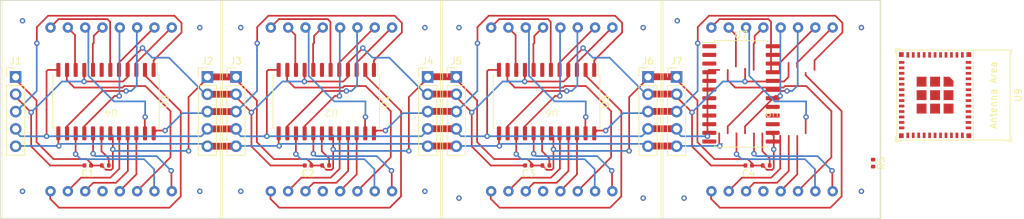
<source format=kicad_pcb>
(kicad_pcb (version 20221018) (generator pcbnew)
  (layers (0 "F.Cu" signal) (31 "B.Cu" signal) (34 "B.Paste" user) (35 "F.Paste" user) (36 "B.SilkS" user "B.Silkscreen") (37 "F.SilkS" user "F.Silkscreen") (38 "B.Mask" user) (39 "F.Mask" user) (44 "Edge.Cuts" user))
  (net 0 "")
  (net 1 "Net-(U3-SEG_B)")
  (net 2 "Net-(U3-DIG_0)")
  (net 3 "Net-(U3-DIG_4)")
  (net 4 "Net-(U3-DIG_6)")
  (net 5 "Net-(U3-DIG_2)")
  (net 6 "Net-(U3-DIG_3)")
  (net 7 "Net-(U3-DIG_7)")
  (net 8 "Net-(U3-DIG_5)")
  (net 9 "Net-(U3-DIG_1)")
  (net 10 "Net-(U3-SEG_A)")
  (net 11 "Net-(U3-SEG_F)")
  (net 12 "Net-(U3-SEG_G)")
  (net 13 "Net-(U3-SEG_C)")
  (net 14 "Net-(U3-SEG_E)")
  (net 15 "Net-(U3-SEG_DP)")
  (net 16 "Net-(U3-SEG_D)")
  (net 17 "Net-(U3-ISET)")
  (net 18 "/Max7219_8x8/DOUT")
  (net 19 "/ESP32 Section/MOSI")
  (net 20 "/Max7219_8x10/VCC")
  (net 21 "/Max7219_8x10/GND")
  (net 22 "/Max7219_8x10/DIN")
  (net 23 "/ESP32 Section/CS")
  (net 24 "/ESP32 Section/CLK")
  (net 25 "/Max7219_8x10/DOUT")
  (net 26 "/Max7219_8x11/DOUT")
  (net 27 "Net-(U1-ISET)")
  (net 28 "Net-(U5-ISET)")
  (net 29 "Net-(U7-ISET)")
  (net 30 "Net-(U1-DIG_0)")
  (net 31 "Net-(U1-DIG_4)")
  (net 32 "Net-(U1-DIG_6)")
  (net 33 "Net-(U1-DIG_2)")
  (net 34 "Net-(U1-DIG_3)")
  (net 35 "Net-(U1-DIG_7)")
  (net 36 "Net-(U1-DIG_5)")
  (net 37 "Net-(U1-DIG_1)")
  (net 38 "Net-(U1-SEG_A)")
  (net 39 "Net-(U1-SEG_F)")
  (net 40 "Net-(U1-SEG_B)")
  (net 41 "Net-(U1-SEG_G)")
  (net 42 "Net-(U1-SEG_C)")
  (net 43 "Net-(U1-SEG_E)")
  (net 44 "Net-(U1-SEG_DP)")
  (net 45 "Net-(U1-SEG_D)")
  (net 46 "Net-(U5-DIG_0)")
  (net 47 "Net-(U5-DIG_4)")
  (net 48 "Net-(U5-DIG_6)")
  (net 49 "Net-(U5-DIG_2)")
  (net 50 "Net-(U5-DIG_3)")
  (net 51 "Net-(U5-DIG_7)")
  (net 52 "Net-(U5-DIG_5)")
  (net 53 "Net-(U5-DIG_1)")
  (net 54 "Net-(U5-SEG_A)")
  (net 55 "Net-(U5-SEG_F)")
  (net 56 "Net-(U5-SEG_B)")
  (net 57 "Net-(U5-SEG_G)")
  (net 58 "Net-(U5-SEG_C)")
  (net 59 "Net-(U5-SEG_E)")
  (net 60 "Net-(U5-SEG_DP)")
  (net 61 "Net-(U5-SEG_D)")
  (net 62 "Net-(U7-DIG_0)")
  (net 63 "Net-(U7-DIG_4)")
  (net 64 "Net-(U7-DIG_6)")
  (net 65 "Net-(U7-DIG_2)")
  (net 66 "Net-(U7-DIG_3)")
  (net 67 "Net-(U7-DIG_7)")
  (net 68 "Net-(U7-DIG_5)")
  (net 69 "Net-(U7-DIG_1)")
  (net 70 "Net-(U7-SEG_A)")
  (net 71 "Net-(U7-SEG_F)")
  (net 72 "Net-(U7-SEG_B)")
  (net 73 "Net-(U7-SEG_G)")
  (net 74 "Net-(U7-SEG_C)")
  (net 75 "Net-(U7-SEG_E)")
  (net 76 "Net-(U7-SEG_DP)")
  (net 77 "Net-(U7-SEG_D)")
  (net 78 "+3.3V")
  (net 79 "Net-(U9-GPIO2{slash}ADC1_CH2)")
  (net 80 "GND")
  (net 84 "Net-(U9-EN{slash}CHIP_PU)")
  (footprint "Resistor_SMD:R_0402_1005Metric" (layer "F.Cu") (at 44.140667 61.214)
    (fp_text reference "R1" hide)
    (fp_text value "10k")
  )
  (footprint "Connector_PinHeader_2.54mm:PinHeader_1x05_P2.54mm_Vertical" (layer "F.Cu") (at 95.600001 48.23)
    (fp_text reference "J5")
    (fp_text value "Input")
  )
  (footprint "Capacitor_SMD:C_0402_1005Metric" (layer "F.Cu") (at 138.474668 61.214 180)
    (fp_text reference "C4")
    (fp_text value "0.1uF" hide)
  )
  (footprint "Resistor_SMD:R_0402_1005Metric" (layer "F.Cu") (at 76.440668 61.214)
    (fp_text reference "R2" hide)
    (fp_text value "10k")
  )
  (footprint "Connector_PinHeader_2.54mm:PinHeader_1x05_P2.54mm_Vertical" (layer "F.Cu") (at 59.11 48.23)
    (fp_text reference "J2")
    (fp_text value "Conn_01x05_Pin")
  )
  (footprint "Package_SO:SOIC-24W_7.5x15.4mm_P1.27mm" (layer "F.Cu") (at 108.841668 51.85 -90)
    (fp_text reference "U5")
    (fp_text value "MAX7221xWG")
  )
  (footprint "Resistor_SMD:R_0402_1005Metric" (layer "F.Cu") (at 156.715 60.865 -90)
    (fp_text reference "R5")
    (fp_text value "10k")
  )
  (footprint "Capacitor_SMD:C_0402_1005Metric" (layer "F.Cu") (at 41.574667 61.214 180)
    (fp_text reference "C1")
    (fp_text value "0.1uF" hide)
  )
  (footprint "Connector_PinHeader_2.54mm:PinHeader_1x05_P2.54mm_Vertical" (layer "F.Cu") (at 123.710001 48.230001)
    (fp_text reference "J6")
    (fp_text value "Conn_01x05_Pin")
  )
  (footprint "PCM_Espressif:ESP32-C3-MINI-1" (layer "F.Cu") (at 168.5 50.9 -90)
    (fp_text reference "U9")
    (fp_text value "ESP32-C3-MINI-1")
  )
  (footprint "LED_Matrix:8x8" (layer "F.Cu") (at 141.9 53 180)
    (fp_text reference "U8")
    (fp_text value "KWM-30881CVB")
  )
  (footprint "Connector_PinHeader_2.54mm:PinHeader_1x05_P2.54mm_Vertical" (layer "F.Cu") (at 31 48.23)
    (fp_text reference "J1")
    (fp_text value "Input")
  )
  (footprint "Capacitor_SMD:C_0402_1005Metric" (layer "F.Cu") (at 106.174668 61.214 180)
    (fp_text reference "C3")
    (fp_text value "0.1uF" hide)
  )
  (footprint "LED_Matrix:8x8" (layer "F.Cu") (at 77.3 53 180)
    (fp_text reference "U2")
    (fp_text value "KWM-30881CVB")
  )
  (footprint "Capacitor_SMD:C_0402_1005Metric" (layer "F.Cu") (at 73.874668 61.214 180)
    (fp_text reference "C2")
    (fp_text value "0.1uF" hide)
  )
  (footprint "Resistor_SMD:R_0402_1005Metric" (layer "F.Cu") (at 141.040668 61.214)
    (fp_text reference "R4" hide)
    (fp_text value "10k")
  )
  (footprint "Package_SO:SOIC-24W_7.5x15.4mm_P1.27mm" (layer "F.Cu") (at 44.241667 51.85 -90)
    (fp_text reference "U3")
    (fp_text value "MAX7221xWG")
  )
  (footprint "Connector_PinHeader_2.54mm:PinHeader_1x05_P2.54mm_Vertical" (layer "F.Cu") (at 91.410001 48.230001)
    (fp_text reference "J4")
    (fp_text value "Conn_01x05_Pin")
  )
  (footprint "Connector_PinHeader_2.54mm:PinHeader_1x05_P2.54mm_Vertical" (layer "F.Cu") (at 127.900001 48.23)
    (fp_text reference "J7")
    (fp_text value "Input")
  )
  (footprint "Package_SO:SOIC-24W_7.5x15.4mm_P1.27mm" (layer "F.Cu") (at 76.541668 51.85 -90)
    (fp_text reference "U1")
    (fp_text value "MAX7221xWG")
  )
  (footprint "LED_Matrix:8x8" (layer "F.Cu") (at 109.6 53 180)
    (fp_text reference "U6")
    (fp_text value "KWM-30881CVB")
  )
  (footprint "Resistor_SMD:R_0402_1005Metric" (layer "F.Cu") (at 108.740668 61.214)
    (fp_text reference "R3" hide)
    (fp_text value "10k")
  )
  (footprint "Connector_PinHeader_2.54mm:PinHeader_1x05_P2.54mm_Vertical" (layer "F.Cu") (at 63.300001 48.23)
    (fp_text reference "J3")
    (fp_text value "Input")
  )
  (footprint "Package_SO:SOIC-24W_7.5x15.4mm_P1.27mm" (layer "F.Cu") (at 137.35 50.715)
    (fp_text reference "U7")
    (fp_text value "MAX7221xWG")
  )
  (footprint "LED_Matrix:8x8" (layer "F.Cu") (at 45 53 180)
    (fp_text reference "U4")
    (fp_text value "KWM-30881CVB")
  )
  (gr_rect (start 28.75 37) (end 157.75 69) (stroke (width 0.1)) (fill none) (layer "Edge.Cuts"))
  (segment (start 46.174667 51.0165) (end 45.495168 51.0165) (width 0.25) (layer "F.Cu") (net 1))
  (segment (start 41.036667 55.475001) (end 41.036667 56.5) (width 0.25) (layer "F.Cu") (net 1))
  (segment (start 45.495168 51.0165) (end 41.036667 55.475001) (width 0.25) (layer "F.Cu") (net 1))
  (via (at 46.174667 51.0165) (size 0.8) (drill 0.4) (layers "F.Cu" "B.Cu") (net 1))
  (segment (start 46.216667 50.758) (end 46.174667 50.8) (width 0.25) (layer "B.Cu") (net 1))
  (segment (start 46.174667 50.8) (end 46.174667 51.0165) (width 0.25) (layer "B.Cu") (net 1))
  (segment (start 46.216667 40.9858) (end 46.216667 50.758) (width 0.25) (layer "B.Cu") (net 1))
  (segment (start 55.196667 53.25) (end 49.926667 47.98) (width 0.25) (layer "F.Cu") (net 2))
  (segment (start 49.926667 47.98) (end 49.926667 47.63) (width 0.25) (layer "F.Cu") (net 2))
  (segment (start 37.346667 67.4) (end 53.546667 67.4) (width 0.25) (layer "F.Cu") (net 2))
  (segment (start 53.546667 67.4) (end 55.196667 65.75) (width 0.25) (layer "F.Cu") (net 2))
  (segment (start 55.196667 65.75) (end 55.196667 53.25) (width 0.25) (layer "F.Cu") (net 2))
  (segment (start 36.056667 64.9888) (end 36.056667 66.11) (width 0.25) (layer "F.Cu") (net 2))
  (segment (start 36.056667 66.11) (end 37.346667 67.4) (width 0.25) (layer "F.Cu") (net 2))
  (segment (start 53.836667 40.9858) (end 48.656667 46.1658) (width 0.25) (layer "F.Cu") (net 3))
  (segment (start 48.656667 46.1658) (end 48.656667 46.77) (width 0.25) (layer "F.Cu") (net 3))
  (segment (start 51.296667 40.9858) (end 46.116667 46.1658) (width 0.25) (layer "F.Cu") (net 4))
  (segment (start 46.116667 46.1658) (end 46.116667 47.2) (width 0.25) (layer "F.Cu") (net 4))
  (segment (start 44.846667 47.2) (end 44.846667 40.15) (width 0.25) (layer "F.Cu") (net 5))
  (segment (start 37.292467 39.75) (end 44.446667 39.75) (width 0.25) (layer "F.Cu") (net 5))
  (segment (start 36.056667 40.9858) (end 37.292467 39.75) (width 0.25) (layer "F.Cu") (net 5))
  (segment (start 44.846667 40.15) (end 44.446667 39.75) (width 0.25) (layer "F.Cu") (net 5))
  (segment (start 42.446667 43.25) (end 42.306667 43.39) (width 0.25) (layer "F.Cu") (net 7))
  (segment (start 43.676667 40.9858) (end 42.446667 42.2158) (width 0.25) (layer "F.Cu") (net 7))
  (segment (start 42.446667 42.2158) (end 42.446667 43.25) (width 0.25) (layer "F.Cu") (net 7))
  (segment (start 42.306667 43.39) (end 42.306667 47.2) (width 0.25) (layer "F.Cu") (net 7))
  (segment (start 39.696667 42.0858) (end 39.696667 46.7) (width 0.25) (layer "F.Cu") (net 8))
  (segment (start 38.596667 40.9858) (end 39.696667 42.0858) (width 0.25) (layer "F.Cu") (net 8))
  (segment (start 53.696667 60) (end 53.696667 53.25) (width 0.25) (layer "F.Cu") (net 9))
  (segment (start 53.696667 53.25) (end 50.013667 49.567) (width 0.25) (layer "F.Cu") (net 9))
  (segment (start 50.013667 49.567) (end 46.890362 49.567) (width 0.25) (layer "F.Cu") (net 9))
  (segment (start 46.673362 49.784) (end 39.580667 49.784) (width 0.25) (layer "F.Cu") (net 9))
  (segment (start 38.496667 47.794999) (end 38.496667 47.63) (width 0.25) (layer "F.Cu") (net 9))
  (segment (start 38.496667 48.7) (end 38.496667 47.2) (width 0.25) (layer "F.Cu") (net 9))
  (segment (start 52.946667 60.7988) (end 52.946667 60.75) (width 0.25) (layer "F.Cu") (net 9))
  (segment (start 39.580667 49.784) (end 38.496667 48.7) (width 0.25) (layer "F.Cu") (net 9))
  (segment (start 48.756667 64.9888) (end 52.946667 60.7988) (width 0.25) (layer "F.Cu") (net 9))
  (segment (start 46.890362 49.567) (end 46.673362 49.784) (width 0.25) (layer "F.Cu") (net 9))
  (segment (start 52.946667 60.75) (end 53.696667 60) (width 0.25) (layer "F.Cu") (net 9))
  (segment (start 47.190667 50.292) (end 43.679668 50.292) (width 0.25) (layer "F.Cu") (net 10))
  (segment (start 43.679668 50.292) (end 38.496667 55.475001) (width 0.25) (layer "F.Cu") (net 10))
  (segment (start 38.496667 55.475001) (end 38.496667 56.5) (width 0.25) (layer "F.Cu") (net 10))
  (via (at 47.190667 50.292) (size 0.8) (drill 0.4) (layers "F.Cu" "B.Cu") (net 10))
  (segment (start 48.756667 40.9858) (end 48.756667 49.488) (width 0.25) (layer "B.Cu") (net 10))
  (segment (start 47.952667 50.292) (end 47.190667 50.292) (width 0.25) (layer "B.Cu") (net 10))
  (segment (start 48.756667 49.488) (end 47.952667 50.292) (width 0.25) (layer "B.Cu") (net 10))
  (segment (start 39.786667 59.54) (end 39.786667 56.52) (width 0.25) (layer "F.Cu") (net 11))
  (segment (start 39.786667 56.52) (end 39.766667 56.5) (width 0.25) (layer "F.Cu") (net 11))
  (via (at 39.786667 59.54) (size 0.8) (drill 0.4) (layers "F.Cu" "B.Cu") (net 11))
  (segment (start 39.786667 59.54) (end 40.536667 60.29) (width 0.25) (layer "B.Cu") (net 11))
  (segment (start 49.822667 60.29) (end 51.296667 61.764) (width 0.25) (layer "B.Cu") (net 11))
  (segment (start 40.536667 60.29) (end 49.822667 60.29) (width 0.25) (layer "B.Cu") (net 11))
  (segment (start 51.296667 61.764) (end 51.296667 64.9888) (width 0.25) (layer "B.Cu") (net 11))
  (segment (start 42.346667 59.48) (end 42.346667 56.54) (width 0.25) (layer "F.Cu") (net 12))
  (segment (start 42.346667 56.54) (end 42.306667 56.5) (width 0.25) (layer "F.Cu") (net 12))
  (segment (start 53.836667 64.9888) (end 53.836667 62.018) (width 0.25) (layer "F.Cu") (net 12))
  (segment (start 53.836667 62.018) (end 53.794667 61.976) (width 0.25) (layer "F.Cu") (net 12))
  (via (at 53.794667 61.976) (size 0.8) (drill 0.4) (layers "F.Cu" "B.Cu") (net 12))
  (via (at 42.346667 59.48) (size 0.8) (drill 0.4) (layers "F.Cu" "B.Cu") (net 12))
  (segment (start 51.658667 59.84) (end 53.794667 61.976) (width 0.25) (layer "B.Cu") (net 12))
  (segment (start 42.346667 59.48) (end 42.706667 59.84) (width 0.25) (layer "B.Cu") (net 12))
  (segment (start 42.706667 59.84) (end 51.658667 59.84) (width 0.25) (layer "B.Cu") (net 12))
  (segment (start 40.585467 63) (end 44.876667 63) (width 0.25) (layer "F.Cu") (net 13))
  (segment (start 46.196667 61.68) (end 46.196667 56.85) (width 0.25) (layer "F.Cu") (net 13))
  (segment (start 44.876667 63) (end 46.196667 61.68) (width 0.25) (layer "F.Cu") (net 13))
  (segment (start 38.596667 64.9888) (end 40.585467 63) (width 0.25) (layer "F.Cu") (net 13))
  (segment (start 47.446667 56.87) (end 47.446667 62.016396) (width 0.25) (layer "F.Cu") (net 14))
  (segment (start 47.446667 62.016396) (end 45.713063 63.75) (width 0.25) (layer "F.Cu") (net 14))
  (segment (start 45.713063 63.75) (end 42.375467 63.75) (width 0.25) (layer "F.Cu") (net 14))
  (segment (start 42.375467 63.75) (end 41.136667 64.9888) (width 0.25) (layer "F.Cu") (net 14))
  (segment (start 48.696667 62.5088) (end 46.216667 64.9888) (width 0.25) (layer "F.Cu") (net 15))
  (segment (start 48.696667 56.89) (end 48.696667 62.5088) (width 0.25) (layer "F.Cu") (net 15))
  (segment (start 49.926667 56.5) (end 49.926667 54.16) (width 0.25) (layer "F.Cu") (net 16))
  (segment (start 49.926667 54.16) (end 49.984667 54.102) (width 0.25) (layer "F.Cu") (net 16))
  (via (at 49.984667 54.102) (size 0.8) (drill 0.4) (layers "F.Cu" "B.Cu") (net 16))
  (segment (start 41.656667 48.06) (end 41.656667 41.452467) (width 0.25) (layer "B.Cu") (net 16))
  (segment (start 49.984667 51.816) (end 45.412667 51.816) (width 0.25) (layer "B.Cu") (net 16))
  (segment (start 41.656667 41.452467) (end 41.19 40.9858) (width 0.25) (layer "B.Cu") (net 16))
  (segment (start 45.412667 51.816) (end 41.656667 48.06) (width 0.25) (layer "B.Cu") (net 16))
  (segment (start 49.984667 54.102) (end 49.984667 51.816) (width 0.25) (layer "B.Cu") (net 16))
  (segment (start 44.650667 61.214) (end 44.650667 60.184) (width 0.25) (layer "F.Cu") (net 17))
  (segment (start 43.576667 59.11) (end 43.576667 56.5) (width 0.25) (layer "F.Cu") (net 17))
  (segment (start 44.650667 60.184) (end 43.576667 59.11) (width 0.25) (layer "F.Cu") (net 17))
  (segment (start 59.11 53.31) (end 63.300001 53.31) (width 1) (layer "F.Cu") (net 18))
  (segment (start 83.526668 45.8) (end 83.526668 47.2) (width 0.25) (layer "F.Cu") (net 18))
  (segment (start 52.906667 56.09) (end 51.636667 56.09) (width 0.25) (layer "F.Cu") (net 18))
  (segment (start 66.406668 40.91) (end 68.056668 39.26) (width 0.25) (layer "F.Cu") (net 18))
  (segment (start 86.576668 39.26) (end 87.616668 40.3) (width 0.25) (layer "F.Cu") (net 18))
  (segment (start 68.056668 39.26) (end 86.576668 39.26) (width 0.25) (layer "F.Cu") (net 18))
  (segment (start 87.616668 40.3) (end 87.616668 41.71) (width 0.25) (layer "F.Cu") (net 18))
  (segment (start 87.616668 41.71) (end 83.526668 45.8) (width 0.25) (layer "F.Cu") (net 18))
  (segment (start 66.406668 43.29) (end 66.406668 40.91) (width 0.25) (layer "F.Cu") (net 18))
  (segment (start 51.636667 56.09) (end 51.226667 56.5) (width 0.25) (layer "F.Cu") (net 18))
  (via (at 66.406668 43.29) (size 0.8) (drill 0.4) (layers "F.Cu" "B.Cu") (net 18))
  (via (at 52.906667 56.09) (size 0.8) (drill 0.4) (layers "F.Cu" "B.Cu") (net 18))
  (segment (start 63.136668 53.54) (end 66.386668 50.29) (width 0.25) (layer "B.Cu") (net 18))
  (segment (start 55.456667 53.54) (end 52.906667 56.09) (width 0.25) (layer "B.Cu") (net 18))
  (segment (start 59.066667 53.54) (end 55.456667 53.54) (width 0.25) (layer "B.Cu") (net 18))
  (segment (start 66.386668 43.31) (end 66.406668 43.29) (width 0.25) (layer "B.Cu") (net 18))
  (segment (start 66.386668 44.42) (end 66.386668 43.31) (width 0.25) (layer "B.Cu") (net 18))
  (segment (start 66.386668 50.29) (end 66.386668 44.42) (width 0.25) (layer "B.Cu") (net 18))
  (segment (start 51.226667 45.8) (end 51.226667 47.2) (width 0.25) (layer "F.Cu") (net 19))
  (segment (start 55.316667 41.71) (end 51.226667 45.8) (width 0.25) (layer "F.Cu") (net 19))
  (segment (start 55.316667 40.3) (end 55.316667 41.71) (width 0.25) (layer "F.Cu") (net 19))
  (segment (start 34.106667 43.29) (end 34.106667 40.91) (width 0.25) (layer "F.Cu") (net 19))
  (segment (start 54.276667 39.26) (end 55.316667 40.3) (width 0.25) (layer "F.Cu") (net 19))
  (segment (start 34.106667 40.91) (end 35.756667 39.26) (width 0.25) (layer "F.Cu") (net 19))
  (segment (start 35.756667 39.26) (end 54.276667 39.26) (width 0.25) (layer "F.Cu") (net 19))
  (via (at 34.106667 43.29) (size 0.8) (drill 0.4) (layers "F.Cu" "B.Cu") (net 19))
  (segment (start 30.836667 53.54) (end 34.086667 50.29) (width 0.25) (layer "B.Cu") (net 19))
  (segment (start 34.086667 43.31) (end 34.106667 43.29) (width 0.25) (layer "B.Cu") (net 19))
  (segment (start 34.086667 44.42) (end 34.086667 43.31) (width 0.25) (layer "B.Cu") (net 19))
  (segment (start 34.086667 50.29) (end 34.086667 44.42) (width 0.25) (layer "B.Cu") (net 19))
  (segment (start 68.846668 60.27) (end 66.356668 57.78) (width 0.25) (layer "F.Cu") (net 20))
  (segment (start 138.954668 61.214) (end 138.954668 60.904001) (width 0.25) (layer "F.Cu") (net 20))
  (segment (start 109.845668 58.85) (end 109.845668 56.869) (width 0.25) (layer "F.Cu") (net 20))
  (segment (start 73.720667 60.27) (end 68.846668 60.27) (width 0.25) (layer "F.Cu") (net 20))
  (segment (start 106.020667 60.27) (end 101.146668 60.27) (width 0.25) (layer "F.Cu") (net 20))
  (segment (start 36.546667 60.27) (end 34.056667 57.78) (width 0.25) (layer "F.Cu") (net 20))
  (segment (start 109.845668 56.869) (end 109.476668 56.5) (width 0.25) (layer "F.Cu") (net 20))
  (segment (start 34.056667 51.68) (end 30.836667 48.46) (width 0.25) (layer "F.Cu") (net 20))
  (segment (start 41.420666 60.27) (end 36.546667 60.27) (width 0.25) (layer "F.Cu") (net 20))
  (segment (start 74.354668 60.904001) (end 73.720667 60.27) (width 0.25) (layer "F.Cu") (net 20))
  (segment (start 77.545668 56.869) (end 77.176668 56.5) (width 0.25) (layer "F.Cu") (net 20))
  (segment (start 45.245667 58.85) (end 45.245667 56.869) (width 0.25) (layer "F.Cu") (net 20))
  (segment (start 66.356668 51.68) (end 63.136668 48.46) (width 0.25) (layer "F.Cu") (net 20))
  (segment (start 130.956668 51.68) (end 127.736668 48.46) (width 0.25) (layer "F.Cu") (net 20))
  (segment (start 130.956668 57.78) (end 130.956668 51.68) (width 0.25) (layer "F.Cu") (net 20))
  (segment (start 141.907668 61.859) (end 142.145668 61.621) (width 0.25) (layer "F.Cu") (net 20))
  (segment (start 75.930668 61.214) (end 76.575668 61.859) (width 0.25) (layer "F.Cu") (net 20))
  (segment (start 101.146668 60.27) (end 98.656668 57.78) (width 0.25) (layer "F.Cu") (net 20))
  (segment (start 106.654668 61.214) (end 106.654668 60.904001) (width 0.25) (layer "F.Cu") (net 20))
  (segment (start 59.066667 48.46) (end 56.346667 51.18) (width 0.25) (layer "F.Cu") (net 20))
  (segment (start 34.056667 57.78) (end 34.056667 51.68) (width 0.25) (layer "F.Cu") (net 20))
  (segment (start 138.954668 61.214) (end 140.530668 61.214) (width 0.25) (layer "F.Cu") (net 20))
  (segment (start 77.307668 61.859) (end 77.545668 61.621) (width 0.25) (layer "F.Cu") (net 20))
  (segment (start 109.845668 61.621) (end 109.845668 58.85) (width 0.25) (layer "F.Cu") (net 20))
  (segment (start 42.054667 61.214) (end 42.054667 60.904001) (width 0.25) (layer "F.Cu") (net 20))
  (segment (start 42.054667 61.214) (end 43.630667 61.214) (width 0.25) (layer "F.Cu") (net 20))
  (segment (start 91.404999 48.2) (end 95.595 48.2) (width 1) (layer "F.Cu") (net 20))
  (segment (start 123.666668 48.46) (end 120.946668 51.18) (width 0.25) (layer "F.Cu") (net 20))
  (segment (start 120.946668 51.18) (end 120.946668 59.0745) (width 0.25) (layer "F.Cu") (net 20))
  (segment (start 140.530668 61.214) (end 141.175668 61.859) (width 0.25) (layer "F.Cu") (net 20))
  (segment (start 74.354668 61.214) (end 74.354668 60.904001) (width 0.25) (layer "F.Cu") (net 20))
  (segment (start 77.545668 61.621) (end 77.545668 58.85) (width 0.25) (layer "F.Cu") (net 20))
  (segment (start 133.446668 60.27) (end 130.956668 57.78) (width 0.25) (layer "F.Cu") (net 20))
  (segment (start 142.145668 58.85) (end 142.145668 56.869) (width 0.25) (layer "F.Cu") (net 20))
  (segment (start 142.145668 61.621) (end 142.145668 58.85) (width 0.25) (layer "F.Cu") (net 20))
  (segment (start 88.646668 51.18) (end 88.646668 59.0745) (width 0.25) (layer "F.Cu") (net 20))
  (segment (start 108.875668 61.859) (end 109.607668 61.859) (width 0.25) (layer "F.Cu") (net 20))
  (segment (start 42.054667 60.904001) (end 41.420666 60.27) (width 0.25) (layer "F.Cu") (net 20))
  (segment (start 106.654668 61.214) (end 108.230668 61.214) (width 0.25) (layer "F.Cu") (net 20))
  (segment (start 138.320667 60.27) (end 133.446668 60.27) (width 0.25) (layer "F.Cu") (net 20))
  (segment (start 59.11 48.23) (end 63.300001 48.23) (width 1) (layer "F.Cu") (net 20))
  (segment (start 56.346667 51.18) (end 56.346667 59.0745) (width 0.25) (layer "F.Cu") (net 20))
  (segment (start 106.654668 60.904001) (end 106.020667 60.27) (width 0.25) (layer "F.Cu") (net 20))
  (segment (start 74.354668 61.214) (end 75.930668 61.214) (width 0.25) (layer "F.Cu") (net 20))
  (segment (start 138.954668 60.904001) (end 138.320667 60.27) (width 0.25) (layer "F.Cu") (net 20))
  (segment (start 109.607668 61.859) (end 109.845668 61.621) (width 0.25) (layer "F.Cu") (net 20))
  (segment (start 141.175668 61.859) (end 141.907668 61.859) (width 0.25) (layer "F.Cu") (net 20))
  (segment (start 98.656668 57.78) (end 98.656668 51.68) (width 0.25) (layer "F.Cu") (net 20))
  (segment (start 142.145668 56.869) (end 141.776668 56.5) (width 0.25) (layer "F.Cu") (net 20))
  (segment (start 91.366668 48.46) (end 88.646668 51.18) (width 0.25) (layer "F.Cu") (net 20))
  (segment (start 45.245667 61.621) (end 45.245667 58.85) (width 0.25) (layer "F.Cu") (net 20))
  (segment (start 76.575668 61.859) (end 77.307668 61.859) (width 0.25) (layer "F.Cu") (net 20))
  (segment (start 77.545668 58.85) (end 77.545668 56.869) (width 0.25) (layer "F.Cu") (net 20))
  (segment (start 66.356668 57.78) (end 66.356668 51.68) (width 0.25) (layer "F.Cu") (net 20))
  (segment (start 123.704999 48.2) (end 127.895 48.2) (width 1) (layer "F.Cu") (net 20))
  (segment (start 98.656668 51.68) (end 95.436668 48.46) (width 0.25) (layer "F.Cu") (net 20))
  (segment (start 43.630667 61.214) (end 44.275667 61.859) (width 0.25) (layer "F.Cu") (net 20))
  (segment (start 108.230668 61.214) (end 108.875668 61.859) (width 0.25) (layer "F.Cu") (net 20))
  (segment (start 45.007667 61.859) (end 45.245667 61.621) (width 0.25) (layer "F.Cu") (net 20))
  (segment (start 44.275667 61.859) (end 45.007667 61.859) (width 0.25) (layer "F.Cu") (net 20))
  (segment (start 45.245667 56.869) (end 44.876667 56.5) (width 0.25) (layer "F.Cu") (net 20))
  (via (at 45.245667 58.85) (size 0.8) (drill 0.4) (layers "F.Cu" "B.Cu") (net 20))
  (via (at 56.346667 59.0745) (size 0.8) (drill 0.4) (layers "F.Cu" "B.Cu") (net 20))
  (via (at 109.845668 58.85) (size 0.8) (drill 0.4) (layers "F.Cu" "B.Cu") (net 20))
  (via (at 77.545668 58.85) (size 0.8) (drill 0.4) (layers "F.Cu" "B.Cu") (net 20))
  (via (at 142.145668 58.85) (size 0.8) (drill 0.4) (layers "F.Cu" "B.Cu") (net 20))
  (via (at 88.646668 59.0745) (size 0.8) (drill 0.4) (layers "F.Cu" "B.Cu") (net 20))
  (via (at 120.946668 59.0745) (size 0.8) (drill 0.4) (layers "F.Cu" "B.Cu") (net 20))
  (segment (start 110.070168 59.0745) (end 109.845668 58.85) (width 0.25) (layer "B.Cu") (net 20))
  (segment (start 77.770168 59.0745) (end 77.545668 58.85) (width 0.25) (layer "B.Cu") (net 20))
  (segment (start 45.470167 59.0745) (end 45.245667 58.85) (width 0.25) (layer "B.Cu") (net 20))
  (segment (start 56.346667 59.0745) (end 45.470167 59.0745) (width 0.25) (layer "B.Cu") (net 20))
  (segment (start 120.946668 59.0745) (end 110.070168 59.0745) (width 0.25) (layer "B.Cu") (net 20))
  (segment (start 88.646668 59.0745) (end 77.770168 59.0745) (width 0.25) (layer "B.Cu") (net 20))
  (segment (start 73.394668 61.214) (end 68.360668 61.214) (width 0.25) (layer "F.Cu") (net 21))
  (segment (start 73.326668 48.9) (end 79.041667 48.9) (width 0.25) (layer "F.Cu") (net 21))
  (segment (start 41.046667 47.05) (end 41.046667 48.88) (width 0.25) (layer "F.Cu") (net 21))
  (segment (start 100.660668 61.214) (end 97.866668 58.42) (width 0.25) (layer "F.Cu") (net 21))
  (segment (start 112.016668 48.224999) (end 112.016668 47.2) (width 0.25) (layer "F.Cu") (net 21))
  (segment (start 143.641667 48.9) (end 144.316668 48.224999) (width 0.25) (layer "F.Cu") (net 21))
  (segment (start 46.741666 48.9) (end 47.416667 48.224999) (width 0.25) (layer "F.Cu") (net 21))
  (segment (start 97.866668 53.43) (end 95.436668 51) (width 0.25) (layer "F.Cu") (net 21))
  (segment (start 137.926668 48.9) (end 143.641667 48.9) (width 0.25) (layer "F.Cu") (net 21))
  (segment (start 137.946668 47.05) (end 137.946668 48.88) (width 0.25) (layer "F.Cu") (net 21))
  (segment (start 137.946668 48.88) (end 137.926668 48.9) (width 0.25) (layer "F.Cu") (net 21))
  (segment (start 41.026667 48.9) (end 46.741666 48.9) (width 0.25) (layer "F.Cu") (net 21))
  (segment (start 132.960668 61.214) (end 130.166668 58.42) (width 0.25) (layer "F.Cu") (net 21))
  (segment (start 41.066667 47.07) (end 41.046667 47.05) (width 0.25) (layer "F.Cu") (net 21))
  (segment (start 49.596667 43.99) (end 47.416667 46.17) (width 0.25) (layer "F.Cu") (net 21))
  (segment (start 105.666668 47.2) (end 105.666668 47.07) (width 0.25) (layer "F.Cu") (net 21))
  (segment (start 105.626668 48.9) (end 111.341667 48.9) (width 0.25) (layer "F.Cu") (net 21))
  (segment (start 59.11 50.77) (end 63.300001 50.77) (width 1) (layer "F.Cu") (net 21))
  (segment (start 105.646668 48.88) (end 105.626668 48.9) (width 0.25) (layer "F.Cu") (net 21))
  (segment (start 79.041667 48.9) (end 79.716668 48.224999) (width 0.25) (layer "F.Cu") (net 21))
  (segment (start 73.346668 48.88) (end 73.326668 48.9) (width 0.25) (layer "F.Cu") (net 21))
  (segment (start 137.966668 47.07) (end 137.946668 47.05) (width 0.25) (layer "F.Cu") (net 21))
  (segment (start 73.346668 47.05) (end 73.346668 48.88) (width 0.25) (layer "F.Cu") (net 21))
  (segment (start 144.316668 46.17) (end 144.316668 47.2) (width 0.25) (layer "F.Cu") (net 21))
  (segment (start 114.196668 43.99) (end 112.016668 46.17) (width 0.25) (layer "F.Cu") (net 21))
  (segment (start 97.866668 58.42) (end 97.866668 53.43) (width 0.25) (layer "F.Cu") (net 21))
  (segment (start 65.566668 53.43) (end 63.136668 51) (width 0.25) (layer "F.Cu") (net 21))
  (segment (start 130.166668 53.43) (end 127.736668 51) (width 0.25) (layer "F.Cu") (net 21))
  (segment (start 73.366668 47.07) (end 73.346668 47.05) (width 0.25) (layer "F.Cu") (net 21))
  (segment (start 41.066667 47.2) (end 41.066667 47.07) (width 0.25) (layer "F.Cu") (net 21))
  (segment (start 112.016668 46.17) (end 112.016668 47.2) (width 0.25) (layer "F.Cu") (net 21))
  (segment (start 79.716668 46.17) (end 79.716668 47.2) (width 0.25) (layer "F.Cu") (net 21))
  (segment (start 81.896668 43.99) (end 79.716668 46.17) (width 0.25) (layer "F.Cu") (net 21))
  (segment (start 33.266667 58.42) (end 33.266667 53.43) (width 0.25) (layer "F.Cu") (net 21))
  (segment (start 105.666668 47.07) (end 105.646668 47.05) (width 0.25) (layer "F.Cu") (net 21))
  (segment (start 105.694668 61.214) (end 100.660668 61.214) (width 0.25) (layer "F.Cu") (net 21))
  (segment (start 47.416667 48.224999) (end 47.416667 47.2) (width 0.25) (layer "F.Cu") (net 21))
  (segment (start 111.341667 48.9) (end 112.016668 48.224999) (width 0.25) (layer "F.Cu") (net 21))
  (segment (start 36.060667 61.214) (end 33.266667 58.42) (width 0.25) (layer "F.Cu") (net 21))
  (segment (start 47.416667 46.17) (end 47.416667 47.2) (width 0.25) (layer "F.Cu") (net 21))
  (segment (start 73.366668 47.2) (end 73.366668 47.07) (width 0.25) (layer "F.Cu") (net 21))
  (segment (start 41.046667 48.88) (end 41.026667 48.9) (width 0.25) (layer "F.Cu") (net 21))
  (segment (start 91.404999 50.74) (end 95.595 50.74) (width 1) (layer "F.Cu") (net 21))
  (segment (start 41.094667 61.214) (end 36.060667 61.214) (width 0.25) (layer "F.Cu") (net 21))
  (segment (start 130.166668 58.42) (end 130.166668 53.43) (width 0.25) (layer "F.Cu") (net 21))
  (segment (start 65.566668 58.42) (end 65.566668 53.43) (width 0.25) (layer "F.Cu") (net 21))
  (segment (start 123.704999 50.74) (end 127.895 50.74) (width 1) (layer "F.Cu") (net 21))
  (segment (start 137.966668 47.2) (end 137.966668 47.07) (width 0.25) (layer "F.Cu") (net 21))
  (segment (start 105.646668 47.05) (end 105.646668 48.88) (width 0.25) (layer "F.Cu") (net 21))
  (segment (start 79.716668 48.224999) (end 79.716668 47.2) (width 0.25) (layer "F.Cu") (net 21))
  (segment (start 33.266667 53.43) (end 30.836667 51) (width 0.25) (layer "F.Cu") (net 21))
  (segment (start 68.360668 61.214) (end 65.566668 58.42) (width 0.25) (layer "F.Cu") (net 21))
  (segment (start 137.994668 61.214) (end 132.960668 61.214) (width 0.25) (layer "F.Cu") (net 21))
  (segment (start 144.316668 48.224999) (end 144.316668 47.2) (width 0.25) (layer "F.Cu") (net 21))
  (via (at 49.596667 43.99) (size 0.8) (drill 0.4) (layers "F.Cu" "B.Cu") (net 21))
  (via (at 91 41) (size 0.8) (drill 0.4) (layers "F.Cu" "B.Cu") (net 21))
  (via (at 155 41) (size 0.8) (drill 0.4) (layers "F.Cu" "B.Cu") (net 21))
  (via (at 58 65) (size 0.8) (drill 0.4) (layers "F.Cu" "B.Cu") (net 21))
  (via (at 123 41) (size 0.8) (drill 0.4) (layers "F.Cu" "B.Cu") (net 21))
  (via (at 96 66) (size 0.8) (drill 0.4) (layers "F.Cu" "B.Cu") (net 21))
  (via (at 91 65) (size 0.8) (drill 0.4) (layers "F.Cu" "B.Cu") (net 21))
  (via (at 64 41) (size 0.8) (drill 0.4) (layers "F.Cu" "B.Cu") (net 21))
  (via (at 81.896668 43.99) (size 0.8) (drill 0.4) (layers "F.Cu" "B.Cu") (net 21))
  (via (at 64 65) (size 0.8) (drill 0.4) (layers "F.Cu" "B.Cu") (net 21))
  (via (at 41.026667 48.9) (size 0.8) (drill 0.4) (layers "F.Cu" "B.Cu") (net 21))
  (via (at 73.326668 48.9) (size 0.8) (drill 0.4) (layers "F.Cu" "B.Cu") (net 21))
  (via (at 33.266667 53.43) (size 0.8) (drill 0.4) (layers "F.Cu" "B.Cu") (net 21))
  (via (at 114.196668 43.99) (size 0.8) (drill 0.4) (layers "F.Cu" "B.Cu") (net 21))
  (via (at 130.166668 53.43) (size 0.8) (drill 0.4) (layers "F.Cu" "B.Cu") (net 21))
  (via (at 32 65) (size 0.8) (drill 0.4) (layers "F.Cu" "B.Cu") (net 21))
  (via (at 129 66) (size 0.8) (drill 0.4) (layers "F.Cu" "B.Cu") (net 21))
  (via (at 65.566668 53.43) (size 0.8) (drill 0.4) (layers "F.Cu" "B.Cu") (net 21))
  (via (at 155 65) (size 0.8) (drill 0.4) (layers "F.Cu" "B.Cu") (net 21))
  (via (at 105.626668 48.9) (size 0.8) (drill 0.4) (layers "F.Cu" "B.Cu") (net 21))
  (via (at 58 41) (size 0.8) (drill 0.4) (layers "F.Cu" "B.Cu") (net 21))
  (via (at 123 66) (size 0.8) (drill 0.4) (layers "F.Cu" "B.Cu") (net 21))
  (via (at 128 40) (size 0.8) (drill 0.4) (layers "F.Cu" "B.Cu") (net 21))
  (via (at 97.866668 53.43) (size 0.8) (drill 0.4) (layers "F.Cu" "B.Cu") (net 21))
  (via (at 137.926668 48.9) (size 0.8) (drill 0.4) (layers "F.Cu" "B.Cu") (net 21))
  (via (at 32 40) (size 0.8) (drill 0.4) (layers "F.Cu" "B.Cu") (net 21))
  (via (at 96 41) (size 0.8) (drill 0.4) (layers "F.Cu" "B.Cu") (net 21))
  (segment (start 37.796667 48.9) (end 33.266667 53.43) (width 0.25) (layer "B.Cu") (net 21))
  (segment (start 70.096668 48.9) (end 65.566668 53.43) (width 0.25) (layer "B.Cu") (net 21))
  (segment (start 134.696668 48.9) (end 130.166668 53.43) (width 0.25) (layer "B.Cu") (net 21))
  (segment (start 85.776668 45.41) (end 85.326668 45.41) (width 0.25) (layer "B.Cu") (net 21))
  (segment (start 83.316668 45.41) (end 81.896668 43.99) (width 0.25) (layer "B.Cu") (net 21))
  (segment (start 73.326668 48.9) (end 70.096668 48.9) (width 0.25) (layer "B.Cu") (net 21))
  (segment (start 115.616668 45.41) (end 114.196668 43.99) (width 0.25) (layer "B.Cu") (net 21))
  (segment (start 117.626668 45.41) (end 115.616668 45.41) (width 0.25) (layer "B.Cu") (net 21))
  (segment (start 41.026667 48.9) (end 37.796667 48.9) (width 0.25) (layer "B.Cu") (net 21))
  (segment (start 51.016667 45.41) (end 49.596667 43.99) (width 0.25) (layer "B.Cu") (net 21))
  (segment (start 91.366668 51) (end 85.776668 45.41) (width 0.25) (layer "B.Cu") (net 21))
  (segment (start 102.396668 48.9) (end 97.866668 53.43) (width 0.25) (layer "B.Cu") (net 21))
  (segment (start 118.076668 45.41) (end 117.626668 45.41) (width 0.25) (layer "B.Cu") (net 21))
  (segment (start 53.026667 45.41) (end 51.016667 45.41) (width 0.25) (layer "B.Cu") (net 21))
  (segment (start 137.926668 48.9) (end 134.696668 48.9) (width 0.25) (layer "B.Cu") (net 21))
  (segment (start 85.326668 45.41) (end 83.316668 45.41) (width 0.25) (layer "B.Cu") (net 21))
  (segment (start 59.066667 51) (end 53.476667 45.41) (width 0.25) (layer "B.Cu") (net 21))
  (segment (start 53.476667 45.41) (end 53.026667 45.41) (width 0.25) (layer "B.Cu") (net 21))
  (segment (start 123.666668 51) (end 118.076668 45.41) (width 0.25) (layer "B.Cu") (net 21))
  (segment (start 105.626668 48.9) (end 102.396668 48.9) (width 0.25) (layer "B.Cu") (net 21))
  (segment (start 100.356668 39.26) (end 118.876668 39.26) (width 0.25) (layer "F.Cu") (net 22))
  (segment (start 119.916668 40.3) (end 119.916668 41.71) (width 0.25) (layer "F.Cu") (net 22))
  (segment (start 91.404999 53.28) (end 95.595 53.28) (width 1) (layer "F.Cu") (net 22))
  (segment (start 98.706668 43.29) (end 98.706668 40.91) (width 0.25) (layer "F.Cu") (net 22))
  (segment (start 118.876668 39.26) (end 119.916668 40.3) (width 0.25) (layer "F.Cu") (net 22))
  (segment (start 115.826668 45.8) (end 115.826668 47.2) (width 0.25) (layer "F.Cu") (net 22))
  (segment (start 85.206668 56.09) (end 83.936668 56.09) (width 0.25) (layer "F.Cu") (net 22))
  (segment (start 83.936668 56.09) (end 83.526668 56.5) (width 0.25) (layer "F.Cu") (net 22))
  (segment (start 119.916668 41.71) (end 115.826668 45.8) (width 0.25) (layer "F.Cu") (net 22))
  (segment (start 98.706668 40.91) (end 100.356668 39.26) (width 0.25) (layer "F.Cu") (net 22))
  (via (at 98.706668 43.29) (size 0.8) (drill 0.4) (layers "F.Cu" "B.Cu") (net 22))
  (via (at 85.206668 56.09) (size 0.8) (drill 0.4) (layers "F.Cu" "B.Cu") (net 22))
  (segment (start 95.436668 53.54) (end 98.686668 50.29) (width 0.25) (layer "B.Cu") (net 22))
  (segment (start 98.686668 44.42) (end 98.686668 43.31) (width 0.25) (layer "B.Cu") (net 22))
  (segment (start 98.686668 50.29) (end 98.686668 44.42) (width 0.25) (layer "B.Cu") (net 22))
  (segment (start 87.756668 53.54) (end 85.206668 56.09) (width 0.25) (layer "B.Cu") (net 22))
  (segment (start 91.366668 53.54) (end 87.756668 53.54) (width 0.25) (layer "B.Cu") (net 22))
  (segment (start 98.686668 43.31) (end 98.706668 43.29) (width 0.25) (layer "B.Cu") (net 22))
  (segment (start 37.256667 47.2) (end 35.726667 47.2) (width 0.25) (layer "F.Cu") (net 23))
  (segment (start 35.726667 47.2) (end 35.526667 47.4) (width 0.25) (layer "F.Cu") (net 23))
  (segment (start 59.11 55.85) (end 63.300001 55.85) (width 1) (layer "F.Cu") (net 23))
  (segment (start 68.026668 47.2) (end 67.826668 47.4) (width 0.25) (layer "F.Cu") (net 23))
  (segment (start 69.556668 47.2) (end 68.026668 47.2) (width 0.25) (layer "F.Cu") (net 23))
  (segment (start 101.856668 47.2) (end 100.326668 47.2) (width 0.25) (layer "F.Cu") (net 23))
  (segment (start 100.326668 47.2) (end 100.126668 47.4) (width 0.25) (layer "F.Cu") (net 23))
  (segment (start 132.426668 47.4) (end 132.426668 56.93) (width 0.25) (layer "F.Cu") (net 23))
  (segment (start 100.126668 47.4) (end 100.126668 56.93) (width 0.25) (layer "F.Cu") (net 23))
  (segment (start 67.826668 47.4) (end 67.826668 56.93) (width 0.25) (layer "F.Cu") (net 23))
  (segment (start 134.156668 47.2) (end 132.626668 47.2) (width 0.25) (layer "F.Cu") (net 23))
  (segment (start 132.626668 47.2) (end 132.426668 47.4) (width 0.25) (layer "F.Cu") (net 23))
  (segment (start 123.704999 55.82) (end 127.895 55.82) (width 1) (layer "F.Cu") (net 23))
  (segment (start 91.404999 55.82) (end 95.595 55.82) (width 1) (layer "F.Cu") (net 23))
  (segment (start 35.526667 47.4) (end 35.526667 56.93) (width 0.25) (layer "F.Cu") (net 23))
  (via (at 35.526667 56.93) (size 0.8) (drill 0.4) (layers "F.Cu" "B.Cu") (net 23))
  (via (at 132.426668 56.93) (size 0.8) (drill 0.4) (layers "F.Cu" "B.Cu") (net 23))
  (via (at 67.826668 56.93) (size 0.8) (drill 0.4) (layers "F.Cu" "B.Cu") (net 23))
  (via (at 100.126668 56.93) (size 0.8) (drill 0.4) (layers "F.Cu" "B.Cu") (net 23))
  (segment (start 67.826668 56.93) (end 90.516668 56.93) (width 0.25) (layer "B.Cu") (net 23))
  (segment (start 96.286668 56.93) (end 100.126668 56.93) (width 0.25) (layer "B.Cu") (net 23))
  (segment (start 122.816668 56.93) (end 123.666668 56.08) (width 0.25) (layer "B.Cu") (net 23))
  (segment (start 90.516668 56.93) (end 91.366668 56.08) (width 0.25) (layer "B.Cu") (net 23))
  (segment (start 128.586668 56.93) (end 132.426668 56.93) (width 0.25) (layer "B.Cu") (net 23))
  (segment (start 100.126668 56.93) (end 122.816668 56.93) (width 0.25) (layer "B.Cu") (net 23))
  (segment (start 63.136668 56.08) (end 63.986668 56.93) (width 0.25) (layer "B.Cu") (net 23))
  (segment (start 63.986668 56.93) (end 67.826668 56.93) (width 0.25) (layer "B.Cu") (net 23))
  (segment (start 31.686667 56.93) (end 35.526667 56.93) (width 0.25) (layer "B.Cu") (net 23))
  (segment (start 30.836667 56.08) (end 31.686667 56.93) (width 0.25) (layer "B.Cu") (net 23))
  (segment (start 58.216667 56.93) (end 59.066667 56.08) (width 0.25) (layer "B.Cu") (net 23))
  (segment (start 95.436668 56.08) (end 96.286668 56.93) (width 0.25) (layer "B.Cu") (net 23))
  (segment (start 35.526667 56.93) (end 58.216667 56.93) (width 0.25) (layer "B.Cu") (net 23))
  (segment (start 127.736668 56.08) (end 128.586668 56.93) (width 0.25) (layer "B.Cu") (net 23))
  (segment (start 134.156668 58.28) (end 134.226668 58.35) (width 0.25) (layer "F.Cu") (net 24))
  (segment (start 91.404999 58.36) (end 95.595 58.36) (width 1) (layer "F.Cu") (net 24))
  (segment (start 37.256667 58.28) (end 37.326667 58.35) (width 0.25) (layer "F.Cu") (net 24))
  (segment (start 123.704999 58.36) (end 127.895 58.36) (width 1) (layer "F.Cu") (net 24))
  (segment (start 101.856668 58.28) (end 101.926668 58.35) (width 0.25) (layer "F.Cu") (net 24))
  (segment (start 134.156668 56.5) (end 134.156668 58.28) (width 0.25) (layer "F.Cu") (net 24))
  (segment (start 37.256667 56.5) (end 37.256667 58.28) (width 0.25) (layer "F.Cu") (net 24))
  (segment (start 59.11 58.39) (end 63.300001 58.39) (width 1) (layer "F.Cu") (net 24))
  (segment (start 69.556668 58.28) (end 69.626668 58.35) (width 0.25) (layer "F.Cu") (net 24))
  (segment (start 69.556668 56.5) (end 69.556668 58.28) (width 0.25) (layer "F.Cu") (net 24))
  (segment (start 101.856668 56.5) (end 101.856668 58.28) (width 0.25) (layer "F.Cu") (net 24))
  (via (at 69.626668 58.35) (size 0.8) (drill 0.4) (layers "F.Cu" "B.Cu") (net 24))
  (via (at 37.326667 58.35) (size 0.8) (drill 0.4) (layers "F.Cu" "B.Cu") (net 24))
  (via (at 101.926668 58.35) (size 0.8) (drill 0.4) (layers "F.Cu" "B.Cu") (net 24))
  (via (at 134.226668 58.35) (size 0.8) (drill 0.4) (layers "F.Cu" "B.Cu") (net 24))
  (segment (start 30.836667 58.62) (end 31.106667 58.35) (width 0.25) (layer "B.Cu") (net 24))
  (segment (start 102.236668 58.04) (end 123.086668 58.04) (width 0.25) (layer "B.Cu") (net 24))
  (segment (start 63.406668 58.35) (end 69.626668 58.35) (width 0.25) (layer "B.Cu") (net 24))
  (segment (start 69.626668 58.35) (end 69.936668 58.04) (width 0.25) (layer "B.Cu") (net 24))
  (segment (start 101.926668 58.35) (end 102.236668 58.04) (width 0.25) (layer "B.Cu") (net 24))
  (segment (start 63.136668 58.62) (end 63.406668 58.35) (width 0.25) (layer "B.Cu") (net 24))
  (segment (start 95.436668 58.62) (end 95.706668 58.35) (width 0.25) (layer "B.Cu") (net 24))
  (segment (start 31.106667 58.35) (end 37.326667 58.35) (width 0.25) (layer "B.Cu") (net 24))
  (segment (start 69.936668 58.04) (end 90.786668 58.04) (width 0.25) (layer "B.Cu") (net 24))
  (segment (start 134.226668 58.35) (end 134.536668 58.04) (width 0.25) (layer "B.Cu") (net 24))
  (segment (start 128.006668 58.35) (end 134.226668 58.35) (width 0.25) (layer "B.Cu") (net 24))
  (segment (start 58.486667 58.04) (end 59.066667 58.62) (width 0.25) (layer "B.Cu") (net 24))
  (segment (start 90.786668 58.04) (end 91.366668 58.62) (width 0.25) (layer "B.Cu") (net 24))
  (segment (start 127.736668 58.62) (end 128.006668 58.35) (width 0.25) (layer "B.Cu") (net 24))
  (segment (start 95.706668 58.35) (end 101.926668 58.35) (width 0.25) (layer "B.Cu") (net 24))
  (segment (start 37.636667 58.04) (end 58.486667 58.04) (width 0.25) (layer "B.Cu") (net 24))
  (segment (start 123.086668 58.04) (end 123.666668 58.62) (width 0.25) (layer "B.Cu") (net 24))
  (segment (start 37.326667 58.35) (end 37.636667 58.04) (width 0.25) (layer "B.Cu") (net 24))
  (segment (start 131.006668 40.91) (end 132.656668 39.26) (width 0.25) (layer "F.Cu") (net 25))
  (segment (start 148.126668 45.8) (end 148.126668 47.2) (width 0.25) (layer "F.Cu") (net 25))
  (segment (start 151.176668 39.26) (end 152.216668 40.3) (width 0.25) (layer "F.Cu") (net 25))
  (segment (start 117.506668 56.09) (end 116.236668 56.09) (width 0.25) (layer "F.Cu") (net 25))
  (segment (start 116.236668 56.09) (end 115.826668 56.5) (width 0.25) (layer "F.Cu") (net 25))
  (segment (start 132.656668 39.26) (end 151.176668 39.26) (width 0.25) (layer "F.Cu") (net 25))
  (segment (start 152.216668 40.3) (end 152.216668 41.71) (width 0.25) (layer "F.Cu") (net 25))
  (segment (start 152.216668 41.71) (end 148.126668 45.8) (width 0.25) (layer "F.Cu") (net 25))
  (segment (start 123.704999 53.28) (end 127.895 53.28) (width 1) (layer "F.Cu") (net 25))
  (segment (start 131.006668 43.29) (end 131.006668 40.91) (width 0.25) (layer "F.Cu") (net 25))
  (via (at 131.006668 43.29) (size 0.8) (drill 0.4) (layers "F.Cu" "B.Cu") (net 25))
  (via (at 117.506668 56.09) (size 0.8) (drill 0.4) (layers "F.Cu" "B.Cu") (net 25))
  (segment (start 127.736668 53.54) (end 130.986668 50.29) (width 0.25) (layer "B.Cu") (net 25))
  (segment (start 123.666668 53.54) (end 120.056668 53.54) (width 0.25) (layer "B.Cu") (net 25))
  (segment (start 130.986668 43.31) (end 131.006668 43.29) (width 0.25) (layer "B.Cu") (net 25))
  (segment (start 130.986668 44.42) (end 130.986668 43.31) (width 0.25) (layer "B.Cu") (net 25))
  (segment (start 120.056668 53.54) (end 117.506668 56.09) (width 0.25) (layer "B.Cu") (net 25))
  (segment (start 130.986668 50.29) (end 130.986668 44.42) (width 0.25) (layer "B.Cu") (net 25))
  (segment (start 76.950668 61.214) (end 76.950668 60.184) (width 0.25) (layer "F.Cu") (net 27))
  (segment (start 76.950668 60.184) (end 75.876668 59.11) (width 0.25) (layer "F.Cu") (net 27))
  (segment (start 75.876668 59.11) (end 75.876668 56.5) (width 0.25) (layer "F.Cu") (net 27))
  (segment (start 109.250668 61.214) (end 109.250668 60.184) (width 0.25) (layer "F.Cu") (net 28))
  (segment (start 108.176668 59.11) (end 108.176668 56.5) (width 0.25) (layer "F.Cu") (net 28))
  (segment (start 109.250668 60.184) (end 108.176668 59.11) (width 0.25) (layer "F.Cu") (net 28))
  (segment (start 141.550668 60.184) (end 140.476668 59.11) (width 0.25) (layer "F.Cu") (net 29))
  (segment (start 141.550668 61.214) (end 141.550668 60.184) (width 0.25) (layer "F.Cu") (net 29))
  (segment (start 140.476668 59.11) (end 140.476668 56.5) (width 0.25) (layer "F.Cu") (net 29))
  (segment (start 68.356668 64.9888) (end 68.356668 66.11) (width 0.25) (layer "F.Cu") (net 30))
  (segment (start 85.846668 67.4) (end 87.496668 65.75) (width 0.25) (layer "F.Cu") (net 30))
  (segment (start 68.356668 66.11) (end 69.646668 67.4) (width 0.25) (layer "F.Cu") (net 30))
  (segment (start 69.646668 67.4) (end 85.846668 67.4) (width 0.25) (layer "F.Cu") (net 30))
  (segment (start 87.496668 53.25) (end 82.226668 47.98) (width 0.25) (layer "F.Cu") (net 30))
  (segment (start 87.496668 65.75) (end 87.496668 53.25) (width 0.25) (layer "F.Cu") (net 30))
  (segment (start 82.226668 47.98) (end 82.226668 47.63) (width 0.25) (layer "F.Cu") (net 30))
  (segment (start 80.956668 46.1658) (end 80.956668 46.77) (width 0.25) (layer "F.Cu") (net 31))
  (segment (start 86.136668 40.9858) (end 80.956668 46.1658) (width 0.25) (layer "F.Cu") (net 31))
  (segment (start 78.416668 46.1658) (end 78.416668 47.2) (width 0.25) (layer "F.Cu") (net 32))
  (segment (start 83.596668 40.9858) (end 78.416668 46.1658) (width 0.25) (layer "F.Cu") (net 32))
  (segment (start 69.592468 39.75) (end 76.746668 39.75) (width 0.25) (layer "F.Cu") (net 33))
  (segment (start 68.356668 40.9858) (end 69.592468 39.75) (width 0.25) (layer "F.Cu") (net 33))
  (segment (start 77.146668 47.2) (end 77.146668 40.15) (width 0.25) (layer "F.Cu") (net 33))
  (segment (start 77.146668 40.15) (end 76.746668 39.75) (width 0.25) (layer "F.Cu") (net 33))
  (segment (start 75.976668 40.9858) (end 74.746668 42.2158) (width 0.25) (layer "F.Cu") (net 35))
  (segment (start 74.746668 43.25) (end 74.606668 43.39) (width 0.25) (layer "F.Cu") (net 35))
  (segment (start 74.606668 43.39) (end 74.606668 47.2) (width 0.25) (layer "F.Cu") (net 35))
  (segment (start 74.746668 42.2158) (end 74.746668 43.25) (width 0.25) (layer "F.Cu") (net 35))
  (segment (start 71.996668 42.0858) (end 71.996668 46.7) (width 0.25) (layer "F.Cu") (net 36))
  (segment (start 70.896668 40.9858) (end 71.996668 42.0858) (width 0.25) (layer "F.Cu") (net 36))
  (segment (start 85.996668 60) (end 85.996668 53.25) (width 0.25) (layer "F.Cu") (net 37))
  (segment (start 85.246668 60.75) (end 85.996668 60) (width 0.25) (layer "F.Cu") (net 37))
  (segment (start 85.246668 60.7988) (end 85.246668 60.75) (width 0.25) (layer "F.Cu") (net 37))
  (segment (start 70.796668 48.7) (end 70.796668 47.2) (width 0.25) (layer "F.Cu") (net 37))
  (segment (start 71.880668 49.784) (end 70.796668 48.7) (width 0.25) (layer "F.Cu") (net 37))
  (segment (start 81.056668 64.9888) (end 85.246668 60.7988) (width 0.25) (layer "F.Cu") (net 37))
  (segment (start 70.796668 47.794999) (end 70.796668 47.63) (width 0.25) (layer "F.Cu") (net 37))
  (segment (start 82.313668 49.567) (end 79.190363 49.567) (width 0.25) (layer "F.Cu") (net 37))
  (segment (start 78.973363 49.784) (end 71.880668 49.784) (width 0.25) (layer "F.Cu") (net 37))
  (segment (start 79.190363 49.567) (end 78.973363 49.784) (width 0.25) (layer "F.Cu") (net 37))
  (segment (start 85.996668 53.25) (end 82.313668 49.567) (width 0.25) (layer "F.Cu") (net 37))
  (segment (start 79.490668 50.292) (end 75.979669 50.292) (width 0.25) (layer "F.Cu") (net 38))
  (segment (start 75.979669 50.292) (end 70.796668 55.475001) (width 0.25) (layer "F.Cu") (net 38))
  (segment (start 70.796668 55.475001) (end 70.796668 56.5) (width 0.25) (layer "F.Cu") (net 38))
  (via (at 79.490668 50.292) (size 0.8) (drill 0.4) (layers "F.Cu" "B.Cu") (net 38))
  (segment (start 81.056668 40.9858) (end 81.056668 49.488) (width 0.25) (layer "B.Cu") (net 38))
  (segment (start 80.252668 50.292) (end 79.490668 50.292) (width 0.25) (layer "B.Cu") (net 38))
  (segment (start 81.056668 49.488) (end 80.252668 50.292) (width 0.25) (layer "B.Cu") (net 38))
  (segment (start 72.086668 59.54) (end 72.086668 56.52) (width 0.25) (layer "F.Cu") (net 39))
  (segment (start 72.086668 56.52) (end 72.066668 56.5) (width 0.25) (layer "F.Cu") (net 39))
  (via (at 72.086668 59.54) (size 0.8) (drill 0.4) (layers "F.Cu" "B.Cu") (net 39))
  (segment (start 72.836668 60.29) (end 82.122668 60.29) (width 0.25) (layer "B.Cu") (net 39))
  (segment (start 82.122668 60.29) (end 83.596668 61.764) (width 0.25) (layer "B.Cu") (net 39))
  (segment (start 72.086668 59.54) (end 72.836668 60.29) (width 0.25) (layer "B.Cu") (net 39))
  (segment (start 83.596668 61.764) (end 83.596668 64.9888) (width 0.25) (layer "B.Cu") (net 39))
  (segment (start 77.795169 51.0165) (end 73.336668 55.475001) (width 0.25) (layer "F.Cu") (net 40))
  (segment (start 73.336668 55.475001) (end 73.336668 56.5) (width 0.25) (layer "F.Cu") (net 40))
  (segment (start 78.474668 51.0165) (end 77.795169 51.0165) (width 0.25) (layer "F.Cu") (net 40))
  (via (at 78.474668 51.0165) (size 0.8) (drill 0.4) (layers "F.Cu" "B.Cu") (net 40))
  (segment (start 78.474668 50.8) (end 78.474668 51.0165) (width 0.25) (layer "B.Cu") (net 40))
  (segment (start 78.516668 40.9858) (end 78.516668 50.758) (width 0.25) (layer "B.Cu") (net 40))
  (segment (start 78.516668 50.758) (end 78.474668 50.8) (width 0.25) (layer "B.Cu") (net 40))
  (segment (start 86.136668 64.9888) (end 86.136668 62.018) (width 0.25) (layer "F.Cu") (net 41))
  (segment (start 86.136668 62.018) (end 86.094668 61.976) (width 0.25) (layer "F.Cu") (net 41))
  (segment (start 74.646668 59.48) (end 74.646668 56.54) (width 0.25) (layer "F.Cu") (net 41))
  (segment (start 74.646668 56.54) (end 74.606668 56.5) (width 0.25) (layer "F.Cu") (net 41))
  (via (at 74.646668 59.48) (size 0.8) (drill 0.4) (layers "F.Cu" "B.Cu") (net 41))
  (via (at 86.094668 61.976) (size 0.8) (drill 0.4) (layers "F.Cu" "B.Cu") (net 41))
  (segment (start 75.006668 59.84) (end 83.958668 59.84) (width 0.25) (layer "B.Cu") (net 41))
  (segment (start 74.646668 59.48) (end 75.006668 59.84) (width 0.25) (layer "B.Cu") (net 41))
  (segment (start 83.958668 59.84) (end 86.094668 61.976) (width 0.25) (layer "B.Cu") (net 41))
  (segment (start 78.496668 61.68) (end 78.496668 56.85) (width 0.25) (layer "F.Cu") (net 42))
  (segment (start 70.896668 64.9888) (end 72.885468 63) (width 0.25) (layer "F.Cu") (net 42))
  (segment (start 72.885468 63) (end 77.176668 63) (width 0.25) (layer "F.Cu") (net 42))
  (segment (start 77.176668 63) (end 78.496668 61.68) (width 0.25) (layer "F.Cu") (net 42))
  (segment (start 78.013064 63.75) (end 74.675468 63.75) (width 0.25) (layer "F.Cu") (net 43))
  (segment (start 74.675468 63.75) (end 73.436668 64.9888) (width 0.25) (layer "F.Cu") (net 43))
  (segment (start 79.746668 62.016396) (end 78.013064 63.75) (width 0.25) (layer "F.Cu") (net 43))
  (segment (start 79.746668 56.87) (end 79.746668 62.016396) (width 0.25) (layer "F.Cu") (net 43))
  (segment (start 80.996668 56.89) (end 80.996668 62.5088) (width 0.25) (layer "F.Cu") (net 44))
  (segment (start 80.996668 62.5088) (end 78.516668 64.9888) (width 0.25) (layer "F.Cu") (net 44))
  (segment (start 82.226668 56.5) (end 82.226668 54.16) (width 0.25) (layer "F.Cu") (net 45))
  (segment (start 82.226668 54.16) (end 82.284668 54.102) (width 0.25) (layer "F.Cu") (net 45))
  (via (at 82.284668 54.102) (size 0.8) (drill 0.4) (layers "F.Cu" "B.Cu") (net 45))
  (segment (start 77.712668 51.816) (end 73.956668 48.06) (width 0.25) (layer "B.Cu") (net 45))
  (segment (start 82.284668 54.102) (end 82.284668 51.816) (width 0.25) (layer "B.Cu") (net 45))
  (segment (start 73.956668 48.06) (end 73.956668 41.452467) (width 0.25) (layer "B.Cu") (net 45))
  (segment (start 82.284668 51.816) (end 77.712668 51.816) (width 0.25) (layer "B.Cu") (net 45))
  (segment (start 73.956668 41.452467) (end 73.490001 40.9858) (width 0.25) (layer "B.Cu") (net 45))
  (segment (start 118.146668 67.4) (end 119.796668 65.75) (width 0.25) (layer "F.Cu") (net 46))
  (segment (start 101.946668 67.4) (end 118.146668 67.4) (width 0.25) (layer "F.Cu") (net 46))
  (segment (start 119.796668 65.75) (end 119.796668 53.25) (width 0.25) (layer "F.Cu") (net 46))
  (segment (start 119.796668 53.25) (end 114.526668 47.98) (width 0.25) (layer "F.Cu") (net 46))
  (segment (start 100.656668 64.9888) (end 100.656668 66.11) (width 0.25) (layer "F.Cu") (net 46))
  (segment (start 100.656668 66.11) (end 101.946668 67.4) (width 0.25) (layer "F.Cu") (net 46))
  (segment (start 114.526668 47.98) (end 114.526668 47.63) (width 0.25) (layer "F.Cu") (net 46))
  (segment (start 118.436668 40.9858) (end 113.256668 46.1658) (width 0.25) (layer "F.Cu") (net 47))
  (segment (start 113.256668 46.1658) (end 113.256668 46.77) (width 0.25) (layer "F.Cu") (net 47))
  (segment (start 115.896668 40.9858) (end 110.716668 46.1658) (width 0.25) (layer "F.Cu") (net 48))
  (segment (start 110.716668 46.1658) (end 110.716668 47.2) (width 0.25) (layer "F.Cu") (net 48))
  (segment (start 109.446668 40.15) (end 109.046668 39.75) (width 0.25) (layer "F.Cu") (net 49))
  (segment (start 109.446668 47.2) (end 109.446668 40.15) (width 0.25) (layer "F.Cu") (net 49))
  (segment (start 100.656668 40.9858) (end 101.892468 39.75) (width 0.25) (layer "F.Cu") (net 49))
  (segment (start 101.892468 39.75) (end 109.046668 39.75) (width 0.25) (layer "F.Cu") (net 49))
  (segment (start 106.906668 43.39) (end 106.906668 47.2) (width 0.25) (layer "F.Cu") (net 51))
  (segment (start 108.276668 40.9858) (end 107.046668 42.2158) (width 0.25) (layer "F.Cu") (net 51))
  (segment (start 107.046668 43.25) (end 106.906668 43.39) (width 0.25) (layer "F.Cu") (net 51))
  (segment (start 107.046668 42.2158) (end 107.046668 43.25) (width 0.25) (layer "F.Cu") (net 51))
  (segment (start 103.196668 40.9858) (end 104.296668 42.0858) (width 0.25) (layer "F.Cu") (net 52))
  (segment (start 104.296668 42.0858) (end 104.296668 46.7) (width 0.25) (layer "F.Cu") (net 52))
  (segment (start 111.490363 49.567) (end 111.273363 49.784) (width 0.25) (layer "F.Cu") (net 53))
  (segment (start 103.096668 47.794999) (end 103.096668 47.63) (width 0.25) (layer "F.Cu") (net 53))
  (segment (start 103.096668 48.7) (end 103.096668 47.2) (width 0.25) (layer "F.Cu") (net 53))
  (segment (start 114.613668 49.567) (end 111.490363 49.567) (width 0.25) (layer "F.Cu") (net 53))
  (segment (start 118.296668 60) (end 118.296668 53.25) (width 0.25) (layer "F.Cu") (net 53))
  (segment (start 117.546668 60.7988) (end 117.546668 60.75) (width 0.25) (layer "F.Cu") (net 53))
  (segment (start 113.356668 64.9888) (end 117.546668 60.7988) (width 0.25) (layer "F.Cu") (net 53))
  (segment (start 111.273363 49.784) (end 104.180668 49.784) (width 0.25) (layer "F.Cu") (net 53))
  (segment (start 104.180668 49.784) (end 103.096668 48.7) (width 0.25) (layer "F.Cu") (net 53))
  (segment (start 118.296668 53.25) (end 114.613668 49.567) (width 0.25) (layer "F.Cu") (net 53))
  (segment (start 117.546668 60.75) (end 118.296668 60) (width 0.25) (layer "F.Cu") (net 53))
  (segment (start 108.279669 50.292) (end 103.096668 55.475001) (width 0.25) (layer "F.Cu") (net 54))
  (segment (start 103.096668 55.475001) (end 103.096668 56.5) (width 0.25) (layer "F.Cu") (net 54))
  (segment (start 111.790668 50.292) (end 108.279669 50.292) (width 0.25) (layer "F.Cu") (net 54))
  (via (at 111.790668 50.292) (size 0.8) (drill 0.4) (layers "F.Cu" "B.Cu") (net 54))
  (segment (start 113.356668 40.9858) (end 113.356668 49.488) (width 0.25) (layer "B.Cu") (net 54))
  (segment (start 113.356668 49.488) (end 112.552668 50.292) (width 0.25) (layer "B.Cu") (net 54))
  (segment (start 112.552668 50.292) (end 111.790668 50.292) (width 0.25) (layer "B.Cu") (net 54))
  (segment (start 104.386668 56.52) (end 104.366668 56.5) (width 0.25) (layer "F.Cu") (net 55))
  (segment (start 104.386668 59.54) (end 104.386668 56.52) (width 0.25) (layer "F.Cu") (net 55))
  (via (at 104.386668 59.54) (size 0.8) (drill 0.4) (layers "F.Cu" "B.Cu") (net 55))
  (segment (start 114.422668 60.29) (end 115.896668 61.764) (width 0.25) (layer "B.Cu") (net 55))
  (segment (start 115.896668 61.764) (end 115.896668 64.9888) (width 0.25) (layer "B.Cu") (net 55))
  (segment (start 104.386668 59.54) (end 105.136668 60.29) (width 0.25) (layer "B.Cu") (net 55))
  (segment (start 105.136668 60.29) (end 114.422668 60.29) (width 0.25) (layer "B.Cu") (net 55))
  (segment (start 110.095169 51.0165) (end 105.636668 55.475001) (width 0.25) (layer "F.Cu") (net 56))
  (segment (start 110.774668 51.0165) (end 110.095169 51.0165) (width 0.25) (layer "F.Cu") (net 56))
  (segment (start 105.636668 55.475001) (end 105.636668 56.5) (width 0.25) (layer "F.Cu") (net 56))
  (via (at 110.774668 51.0165) (size 0.8) (drill 0.4) (layers "F.Cu" "B.Cu") (net 56))
  (segment (start 110.816668 40.9858) (end 110.816668 50.758) (width 0.25) (layer "B.Cu") (net 56))
  (segment (start 110.816668 50.758) (end 110.774668 50.8) (width 0.25) (layer "B.Cu") (net 56))
  (segment (start 110.774668 50.8) (end 110.774668 51.0165) (width 0.25) (layer "B.Cu") (net 56))
  (segment (start 118.436668 64.9888) (end 118.436668 62.018) (width 0.25) (layer "F.Cu") (net 57))
  (segment (start 106.946668 59.48) (end 106.946668 56.54) (width 0.25) (layer "F.Cu") (net 57))
  (segment (start 106.946668 56.54) (end 106.906668 56.5) (width 0.25) (layer "F.Cu") (net 57))
  (segment (start 118.436668 62.018) (end 118.394668 61.976) (width 0.25) (layer "F.Cu") (net 57))
  (via (at 106.946668 59.48) (size 0.8) (drill 0.4) (layers "F.Cu" "B.Cu") (net 57))
  (via (at 118.394668 61.976) (size 0.8) (drill 0.4) (layers "F.Cu" "B.Cu") (net 57))
  (segment (start 107.306668 59.84) (end 116.258668 59.84) (width 0.25) (layer "B.Cu") (net 57))
  (segment (start 106.946668 59.48) (end 107.306668 59.84) (width 0.25) (layer "B.Cu") (net 57))
  (segment (start 116.258668 59.84) (end 118.394668 61.976) (width 0.25) (layer "B.Cu") (net 57))
  (segment (start 105.185468 63) (end 109.476668 63) (width 0.25) (layer "F.Cu") (net 58))
  (segment (start 103.196668 64.9888) (end 105.185468 63) (width 0.25) (layer "F.Cu") (net 58))
  (segment (start 110.796668 61.68) (end 110.796668 56.85) (width 0.25) (layer "F.Cu") (net 58))
  (segment (start 109.476668 63) (end 110.796668 61.68) (width 0.25) (layer "F.Cu") (net 58))
  (segment (start 112.046668 56.87) (end 112.046668 62.016396) (width 0.25) (layer "F.Cu") (net 59))
  (segment (start 106.975468 63.75) (end 105.736668 64.9888) (width 0.25) (layer "F.Cu") (net 59))
  (segment (start 110.313064 63.75) (end 106.975468 63.75) (width 0.25) (layer "F.Cu") (net 59))
  (segment (start 112.046668 62.016396) (end 110.313064 63.75) (width 0.25) (layer "F.Cu") (net 59))
  (segment (start 113.296668 62.5088) (end 110.816668 64.9888) (width 0.25) (layer "F.Cu") (net 60))
  (segment (start 113.296668 56.89) (end 113.296668 62.5088) (width 0.25) (layer "F.Cu") (net 60))
  (segment (start 114.526668 56.5) (end 114.526668 54.16) (width 0.25) (layer "F.Cu") (net 61))
  (segment (start 114.526668 54.16) (end 114.584668 54.102) (width 0.25) (layer "F.Cu") (net 61))
  (via (at 114.584668 54.102) (size 0.8) (drill 0.4) (layers "F.Cu" "B.Cu") (net 61))
  (segment (start 114.584668 51.816) (end 110.012668 51.816) (width 0.25) (layer "B.Cu") (net 61))
  (segment (start 114.584668 54.102) (end 114.584668 51.816) (width 0.25) (layer "B.Cu") (net 61))
  (segment (start 106.256668 41.452467) (end 105.790001 40.9858) (width 0.25) (layer "B.Cu") (net 61))
  (segment (start 110.012668 51.816) (end 106.256668 48.06) (width 0.25) (layer "B.Cu") (net 61))
  (segment (start 106.256668 48.06) (end 106.256668 41.452467) (width 0.25) (layer "B.Cu") (net 61))
  (segment (start 146.826668 47.98) (end 146.826668 47.63) (width 0.25) (layer "F.Cu") (net 62))
  (segment (start 152.096668 65.75) (end 152.096668 53.25) (width 0.25) (layer "F.Cu") (net 62))
  (segment (start 152.096668 53.25) (end 146.826668 47.98) (width 0.25) (layer "F.Cu") (net 62))
  (segment (start 150.446668 67.4) (end 152.096668 65.75) (width 0.25) (layer "F.Cu") (net 62))
  (segment (start 134.246668 67.4) (end 150.446668 67.4) (width 0.25) (layer "F.Cu") (net 62))
  (segment (start 132.956668 66.11) (end 134.246668 67.4) (width 0.25) (layer "F.Cu") (net 62))
  (segment (start 132.956668 64.9888) (end 132.956668 66.11) (width 0.25) (layer "F.Cu") (net 62))
  (segment (start 150.736668 40.9858) (end 145.556668 46.1658) (width 0.25) (layer "F.Cu") (net 63))
  (segment (start 145.556668 46.1658) (end 145.556668 46.77) (width 0.25) (layer "F.Cu") (net 63))
  (segment (start 143.016668 46.1658) (end 143.016668 47.2) (width 0.25) (layer "F.Cu") (net 64))
  (segment (start 148.196668 40.9858) (end 143.016668 46.1658) (width 0.25) (layer "F.Cu") (net 64))
  (segment (start 141.746668 47.2) (end 141.746668 40.15) (width 0.25) (layer "F.Cu") (net 65))
  (segment (start 132.956668 40.9858) (end 134.192468 39.75) (width 0.25) (layer "F.Cu") (net 65))
  (segment (start 134.192468 39.75) (end 141.346668 39.75) (width 0.25) (layer "F.Cu") (net 65))
  (segment (start 141.746668 40.15) (end 141.346668 39.75) (width 0.25) (layer "F.Cu") (net 65))
  (segment (start 139.206668 43.39) (end 139.206668 47.2) (width 0.25) (layer "F.Cu") (net 67))
  (segment (start 139.346668 43.25) (end 139.206668 43.39) (width 0.25) (layer "F.Cu") (net 67))
  (segment (start 140.576668 40.9858) (end 139.346668 42.2158) (width 0.25) (layer "F.Cu") (net 67))
  (segment (start 139.346668 42.2158) (end 139.346668 43.25) (width 0.25) (layer "F.Cu") (net 67))
  (segment (start 136.596668 42.0858) (end 136.596668 46.7) (width 0.25) (layer "F.Cu") (net 68))
  (segment (start 135.496668 40.9858) (end 136.596668 42.0858) (width 0.25) (layer "F.Cu") (net 68))
  (segment (start 136.480668 49.784) (end 135.396668 48.7) (width 0.25) (layer "F.Cu") (net 69))
  (segment (start 149.846668 60.75) (end 150.596668 60) (width 0.25) (layer "F.Cu") (net 69))
  (segment (start 149.846668 60.7988) (end 149.846668 60.75) (width 0.25) (layer "F.Cu") (net 69))
  (segment (start 143.573363 49.784) (end 136.480668 49.784) (width 0.25) (layer "F.Cu") (net 69))
  (segment (start 146.913668 49.567) (end 143.790363 49.567) (width 0.25) (layer "F.Cu") (net 69))
  (segment (start 150.596668 53.25) (end 146.913668 49.567) (width 0.25) (layer "F.Cu") (net 69))
  (segment (start 135.396668 47.794999) (end 135.396668 47.63) (width 0.25) (layer "F.Cu") (net 69))
  (segment (start 143.790363 49.567) (end 143.573363 49.784) (width 0.25) (layer "F.Cu") (net 69))
  (segment (start 150.596668 60) (end 150.596668 53.25) (width 0.25) (layer "F.Cu") (net 69))
  (segment (start 135.396668 48.7) (end 135.396668 47.2) (width 0.25) (layer "F.Cu") (net 69))
  (segment (start 145.656668 64.9888) (end 149.846668 60.7988) (width 0.25) (layer "F.Cu") (net 69))
  (segment (start 144.090668 50.292) (end 140.579669 50.292) (width 0.25) (layer "F.Cu") (net 70))
  (segment (start 140.579669 50.292) (end 135.396668 55.475001) (width 0.25) (layer "F.Cu") (net 70))
  (segment (start 135.396668 55.475001) (end 135.396668 56.5) (width 0.25) (layer "F.Cu") (net 70))
  (via (at 144.090668 50.292) (size 0.8) (drill 0.4) (layers "F.Cu" "B.Cu") (net 70))
  (segment (start 145.656668 40.9858) (end 145.656668 49.488) (width 0.25) (layer "B.Cu") (net 70))
  (segment (start 145.656668 49.488) (end 144.852668 50.292) (width 0.25) (layer "B.Cu") (net 70))
  (segment (start 144.852668 50.292) (end 144.090668 50.292) (width 0.25) (layer "B.Cu") (net 70))
  (segment (start 136.686668 56.52) (end 136.666668 56.5) (width 0.25) (layer "F.Cu") (net 71))
  (segment (start 136.686668 59.54) (end 136.686668 56.52) (width 0.25) (layer "F.Cu") (net 71))
  (via (at 136.686668 59.54) (size 0.8) (drill 0.4) (layers "F.Cu" "B.Cu") (net 71))
  (segment (start 136.686668 59.54) (end 137.436668 60.29) (width 0.25) (layer "B.Cu") (net 71))
  (segment (start 148.196668 61.764) (end 148.196668 64.9888) (width 0.25) (layer "B.Cu") (net 71))
  (segment (start 146.722668 60.29) (end 148.196668 61.764) (width 0.25) (layer "B.Cu") (net 71))
  (segment (start 137.436668 60.29) (end 146.722668 60.29) (width 0.25) (layer "B.Cu") (net 71))
  (segment (start 143.074668 51.0165) (end 142.395169 51.0165) (width 0.25) (layer "F.Cu") (net 72))
  (segment (start 137.936668 55.475001) (end 137.936668 56.5) (width 0.25) (layer "F.Cu") (net 72))
  (segment (start 142.395169 51.0165) (end 137.936668 55.475001) (width 0.25) (layer "F.Cu") (net 72))
  (via (at 143.074668 51.0165) (size 0.8) (drill 0.4) (layers "F.Cu" "B.Cu") (net 72))
  (segment (start 143.116668 40.9858) (end 143.116668 50.758) (width 0.25) (layer "B.Cu") (net 72))
  (segment (start 143.116668 50.758) (end 143.074668 50.8) (width 0.25) (layer "B.Cu") (net 72))
  (segment (start 143.074668 50.8) (end 143.074668 51.0165) (width 0.25) (layer "B.Cu") (net 72))
  (segment (start 139.246668 56.54) (end 139.206668 56.5) (width 0.25) (layer "F.Cu") (net 73))
  (segment (start 150.736668 62.018) (end 150.694668 61.976) (width 0.25) (layer "F.Cu") (net 73))
  (segment (start 150.736668 64.9888) (end 150.736668 62.018) (width 0.25) (layer "F.Cu") (net 73))
  (segment (start 139.246668 59.48) (end 139.246668 56.54) (width 0.25) (layer "F.Cu") (net 73))
  (via (at 139.246668 59.48) (size 0.8) (drill 0.4) (layers "F.Cu" "B.Cu") (net 73))
  (via (at 150.694668 61.976) (size 0.8) (drill 0.4) (layers "F.Cu" "B.Cu") (net 73))
  (segment (start 139.246668 59.48) (end 139.606668 59.84) (width 0.25) (layer "B.Cu") (net 73))
  (segment (start 139.606668 59.84) (end 148.558668 59.84) (width 0.25) (layer "B.Cu") (net 73))
  (segment (start 148.558668 59.84) (end 150.694668 61.976) (width 0.25) (layer "B.Cu") (net 73))
  (segment (start 135.496668 64.9888) (end 137.485468 63) (width 0.25) (layer "F.Cu") (net 74))
  (segment (start 143.096668 61.68) (end 143.096668 56.85) (width 0.25) (layer "F.Cu") (net 74))
  (segment (start 141.776668 63) (end 143.096668 61.68) (width 0.25) (layer "F.Cu") (net 74))
  (segment (start 137.485468 63) (end 141.776668 63) (width 0.25) (layer "F.Cu") (net 74))
  (segment (start 144.346668 62.016396) (end 142.613064 63.75) (width 0.25) (layer "F.Cu") (net 75))
  (segment (start 139.275468 63.75) (end 138.036668 64.9888) (width 0.25) (layer "F.Cu") (net 75))
  (segment (start 142.613064 63.75) (end 139.275468 63.75) (width 0.25) (layer "F.Cu") (net 75))
  (segment (start 144.346668 56.87) (end 144.346668 62.016396) (width 0.25) (layer "F.Cu") (net 75))
  (segment (start 145.596668 62.5088) (end 143.116668 64.9888) (width 0.25) (layer "F.Cu") (net 76))
  (segment (start 145.596668 56.89) (end 145.596668 62.5088) (width 0.25) (layer "F.Cu") (net 76))
  (segment (start 146.826668 54.16) (end 146.884668 54.102) (width 0.25) (layer "F.Cu") (net 77))
  (segment (start 146.826668 56.5) (end 146.826668 54.16) (width 0.25) (layer "F.Cu") (net 77))
  (via (at 146.884668 54.102) (size 0.8) (drill 0.4) (layers "F.Cu" "B.Cu") (net 77))
  (segment (start 142.312668 51.816) (end 138.556668 48.06) (width 0.25) (layer "B.Cu") (net 77))
  (segment (start 138.556668 48.06) (end 138.556668 41.452467) (width 0.25) (layer "B.Cu") (net 77))
  (segment (start 146.884668 54.102) (end 146.884668 51.816) (width 0.25) (layer "B.Cu") (net 77))
  (segment (start 138.556668 41.452467) (end 138.090001 40.9858) (width 0.25) (layer "B.Cu") (net 77))
  (segment (start 146.884668 51.816) (end 142.312668 51.816) (width 0.25) (layer "B.Cu") (net 77))
)
</source>
